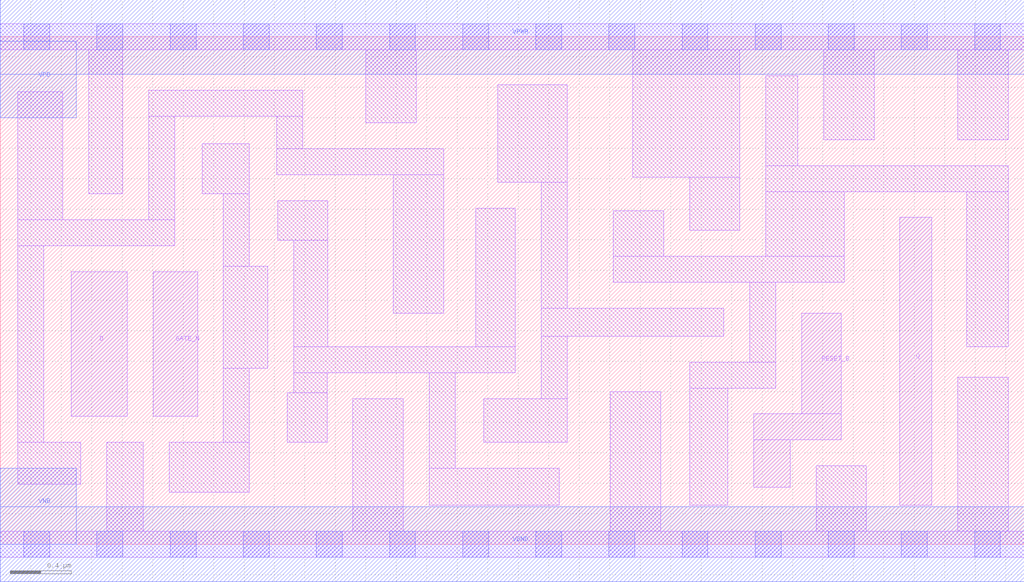
<source format=lef>
# Copyright 2020 The SkyWater PDK Authors
#
# Licensed under the Apache License, Version 2.0 (the "License");
# you may not use this file except in compliance with the License.
# You may obtain a copy of the License at
#
#     https://www.apache.org/licenses/LICENSE-2.0
#
# Unless required by applicable law or agreed to in writing, software
# distributed under the License is distributed on an "AS IS" BASIS,
# WITHOUT WARRANTIES OR CONDITIONS OF ANY KIND, either express or implied.
# See the License for the specific language governing permissions and
# limitations under the License.
#
# SPDX-License-Identifier: Apache-2.0

VERSION 5.5 ;
NAMESCASESENSITIVE ON ;
BUSBITCHARS "[]" ;
DIVIDERCHAR "/" ;
MACRO sky130_fd_sc_lp__dlrtn_2
  CLASS CORE ;
  SOURCE USER ;
  ORIGIN  0.000000  0.000000 ;
  SIZE  6.720000 BY  3.330000 ;
  SYMMETRY X Y R90 ;
  SITE unit ;
  PIN D
    ANTENNAGATEAREA  0.159000 ;
    DIRECTION INPUT ;
    USE SIGNAL ;
    PORT
      LAYER li1 ;
        RECT 0.465000 0.840000 0.835000 1.790000 ;
    END
  END D
  PIN Q
    ANTENNADIFFAREA  0.588000 ;
    DIRECTION OUTPUT ;
    USE SIGNAL ;
    PORT
      LAYER li1 ;
        RECT 5.905000 0.255000 6.115000 2.145000 ;
    END
  END Q
  PIN RESET_B
    ANTENNAGATEAREA  0.315000 ;
    DIRECTION INPUT ;
    USE SIGNAL ;
    PORT
      LAYER li1 ;
        RECT 4.945000 0.375000 5.185000 0.685000 ;
        RECT 4.945000 0.685000 5.520000 0.855000 ;
        RECT 5.260000 0.855000 5.520000 1.515000 ;
    END
  END RESET_B
  PIN GATE_N
    ANTENNAGATEAREA  0.159000 ;
    DIRECTION INPUT ;
    USE CLOCK ;
    PORT
      LAYER li1 ;
        RECT 1.005000 0.840000 1.295000 1.790000 ;
    END
  END GATE_N
  PIN VGND
    DIRECTION INOUT ;
    USE GROUND ;
    PORT
      LAYER met1 ;
        RECT 0.000000 -0.245000 6.720000 0.245000 ;
    END
  END VGND
  PIN VNB
    DIRECTION INOUT ;
    USE GROUND ;
    PORT
      LAYER met1 ;
        RECT 0.000000 0.000000 0.500000 0.500000 ;
    END
  END VNB
  PIN VPB
    DIRECTION INOUT ;
    USE POWER ;
    PORT
      LAYER met1 ;
        RECT 0.000000 2.800000 0.500000 3.300000 ;
    END
  END VPB
  PIN VPWR
    DIRECTION INOUT ;
    USE POWER ;
    PORT
      LAYER met1 ;
        RECT 0.000000 3.085000 6.720000 3.575000 ;
    END
  END VPWR
  OBS
    LAYER li1 ;
      RECT 0.000000 -0.085000 6.720000 0.085000 ;
      RECT 0.000000  3.245000 6.720000 3.415000 ;
      RECT 0.115000  0.395000 0.530000 0.670000 ;
      RECT 0.115000  0.670000 0.285000 1.960000 ;
      RECT 0.115000  1.960000 1.145000 2.130000 ;
      RECT 0.115000  2.130000 0.410000 2.970000 ;
      RECT 0.580000  2.300000 0.805000 3.245000 ;
      RECT 0.700000  0.085000 0.940000 0.670000 ;
      RECT 0.975000  2.130000 1.145000 2.810000 ;
      RECT 0.975000  2.810000 1.985000 2.980000 ;
      RECT 1.110000  0.340000 1.635000 0.670000 ;
      RECT 1.325000  2.300000 1.635000 2.630000 ;
      RECT 1.465000  0.670000 1.635000 1.155000 ;
      RECT 1.465000  1.155000 1.755000 1.825000 ;
      RECT 1.465000  1.825000 1.635000 2.300000 ;
      RECT 1.815000  2.425000 2.910000 2.595000 ;
      RECT 1.815000  2.595000 1.985000 2.810000 ;
      RECT 1.820000  1.995000 2.150000 2.255000 ;
      RECT 1.885000  0.670000 2.145000 0.995000 ;
      RECT 1.925000  0.995000 2.145000 1.125000 ;
      RECT 1.925000  1.125000 3.380000 1.295000 ;
      RECT 1.925000  1.295000 2.150000 1.995000 ;
      RECT 2.315000  0.085000 2.645000 0.955000 ;
      RECT 2.400000  2.765000 2.730000 3.245000 ;
      RECT 2.580000  1.515000 2.910000 2.425000 ;
      RECT 2.815000  0.255000 3.670000 0.500000 ;
      RECT 2.815000  0.500000 2.985000 1.125000 ;
      RECT 3.120000  1.295000 3.380000 2.205000 ;
      RECT 3.175000  0.670000 3.720000 0.955000 ;
      RECT 3.265000  2.375000 3.720000 3.015000 ;
      RECT 3.550000  0.955000 3.720000 1.365000 ;
      RECT 3.550000  1.365000 4.750000 1.550000 ;
      RECT 3.550000  1.550000 3.720000 2.375000 ;
      RECT 4.005000  0.085000 4.335000 1.000000 ;
      RECT 4.025000  1.720000 5.540000 1.890000 ;
      RECT 4.025000  1.890000 4.355000 2.190000 ;
      RECT 4.150000  2.410000 4.855000 3.245000 ;
      RECT 4.525000  0.255000 4.775000 1.025000 ;
      RECT 4.525000  1.025000 5.090000 1.195000 ;
      RECT 4.525000  2.060000 4.855000 2.410000 ;
      RECT 4.920000  1.195000 5.090000 1.720000 ;
      RECT 5.025000  1.890000 5.540000 2.315000 ;
      RECT 5.025000  2.315000 6.615000 2.485000 ;
      RECT 5.025000  2.485000 5.235000 3.075000 ;
      RECT 5.355000  0.085000 5.685000 0.515000 ;
      RECT 5.405000  2.655000 5.735000 3.245000 ;
      RECT 6.285000  0.085000 6.615000 1.095000 ;
      RECT 6.285000  2.655000 6.615000 3.245000 ;
      RECT 6.345000  1.295000 6.615000 2.315000 ;
    LAYER mcon ;
      RECT 0.155000 -0.085000 0.325000 0.085000 ;
      RECT 0.155000  3.245000 0.325000 3.415000 ;
      RECT 0.635000 -0.085000 0.805000 0.085000 ;
      RECT 0.635000  3.245000 0.805000 3.415000 ;
      RECT 1.115000 -0.085000 1.285000 0.085000 ;
      RECT 1.115000  3.245000 1.285000 3.415000 ;
      RECT 1.595000 -0.085000 1.765000 0.085000 ;
      RECT 1.595000  3.245000 1.765000 3.415000 ;
      RECT 2.075000 -0.085000 2.245000 0.085000 ;
      RECT 2.075000  3.245000 2.245000 3.415000 ;
      RECT 2.555000 -0.085000 2.725000 0.085000 ;
      RECT 2.555000  3.245000 2.725000 3.415000 ;
      RECT 3.035000 -0.085000 3.205000 0.085000 ;
      RECT 3.035000  3.245000 3.205000 3.415000 ;
      RECT 3.515000 -0.085000 3.685000 0.085000 ;
      RECT 3.515000  3.245000 3.685000 3.415000 ;
      RECT 3.995000 -0.085000 4.165000 0.085000 ;
      RECT 3.995000  3.245000 4.165000 3.415000 ;
      RECT 4.475000 -0.085000 4.645000 0.085000 ;
      RECT 4.475000  3.245000 4.645000 3.415000 ;
      RECT 4.955000 -0.085000 5.125000 0.085000 ;
      RECT 4.955000  3.245000 5.125000 3.415000 ;
      RECT 5.435000 -0.085000 5.605000 0.085000 ;
      RECT 5.435000  3.245000 5.605000 3.415000 ;
      RECT 5.915000 -0.085000 6.085000 0.085000 ;
      RECT 5.915000  3.245000 6.085000 3.415000 ;
      RECT 6.395000 -0.085000 6.565000 0.085000 ;
      RECT 6.395000  3.245000 6.565000 3.415000 ;
  END
END sky130_fd_sc_lp__dlrtn_2
END LIBRARY

</source>
